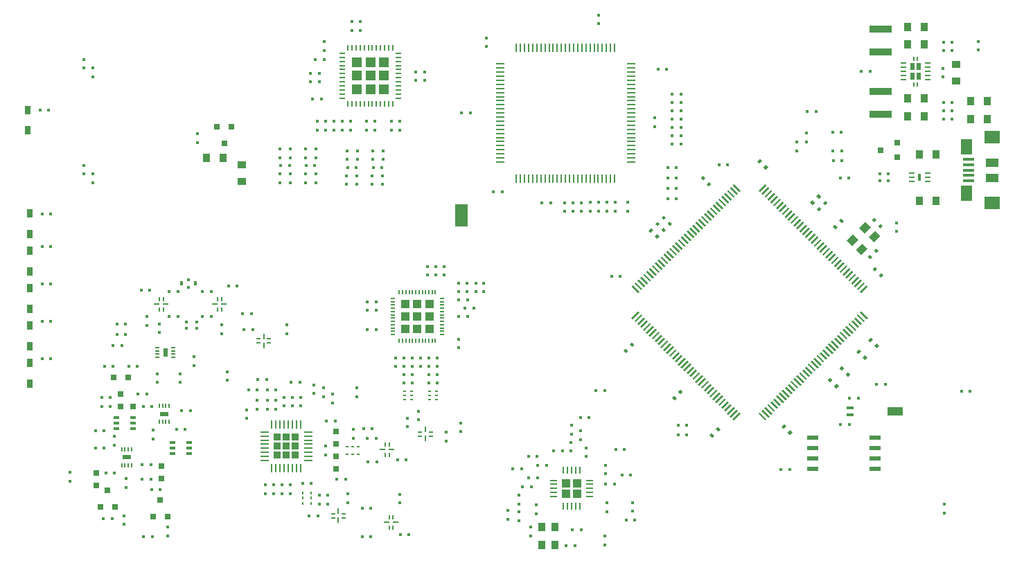
<source format=gtp>
G04 #@! TF.GenerationSoftware,KiCad,Pcbnew,5.1.9*
G04 #@! TF.CreationDate,2021-03-19T18:57:38-06:00*
G04 #@! TF.ProjectId,hackrf-one,6861636b-7266-42d6-9f6e-652e6b696361,r6*
G04 #@! TF.SameCoordinates,Original*
G04 #@! TF.FileFunction,Paste,Top*
G04 #@! TF.FilePolarity,Positive*
%FSLAX46Y46*%
G04 Gerber Fmt 4.6, Leading zero omitted, Abs format (unit mm)*
G04 Created by KiCad (PCBNEW 5.1.9) date 2021-03-19 18:57:38*
%MOMM*%
%LPD*%
G01*
G04 APERTURE LIST*
%ADD10R,0.619200X0.220800*%
%ADD11R,0.288000X0.780480*%
%ADD12R,0.220800X0.619200*%
%ADD13R,0.780480X0.288000*%
%ADD14R,0.694944X0.694944*%
%ADD15O,0.243200X0.912000*%
%ADD16O,0.912000X0.243200*%
%ADD17R,1.003200X1.003200*%
%ADD18R,0.760000X1.140000*%
%ADD19R,0.424688X0.386080*%
%ADD20R,0.386080X0.424688*%
%ADD21R,1.094536X0.874472*%
%ADD22R,0.874472X1.094536*%
%ADD23C,0.150000*%
%ADD24R,1.330000X0.304000*%
%ADD25R,1.596000X1.045000*%
%ADD26R,1.314000X1.926000*%
%ADD27R,1.890000X1.575000*%
%ADD28R,1.558000X2.774000*%
%ADD29R,0.656336X0.656336*%
%ADD30R,2.812592X0.911148*%
%ADD31R,0.250952X0.310794*%
%ADD32R,0.310794X0.250952*%
%ADD33R,0.418896X0.189180*%
%ADD34R,0.380288X0.303072*%
%ADD35R,0.380288X0.532790*%
%ADD36R,0.455574X0.380288*%
%ADD37R,0.608000X0.182400*%
%ADD38R,0.588000X1.078000*%
%ADD39R,0.182400X0.608000*%
%ADD40R,1.078000X0.588000*%
%ADD41R,0.752856X0.347472*%
%ADD42R,0.684000X0.228000*%
%ADD43R,0.380000X0.836000*%
%ADD44R,1.447800X0.482600*%
%ADD45R,0.646000X0.212800*%
%ADD46R,0.627000X0.912000*%
%ADD47R,0.212800X0.532000*%
%ADD48R,0.223926X1.140866*%
%ADD49R,1.140866X0.223926*%
%ADD50R,0.911148X1.063650*%
%ADD51R,0.836000X0.456000*%
%ADD52R,1.824000X1.140000*%
%ADD53O,0.212800X1.026000*%
%ADD54R,0.836000X0.836000*%
%ADD55O,1.026000X0.212800*%
%ADD56O,0.186200X0.661200*%
%ADD57O,0.661200X0.186200*%
%ADD58R,1.140000X1.140000*%
%ADD59O,0.212800X0.684000*%
%ADD60O,0.684000X0.212800*%
%ADD61R,1.254000X1.254000*%
G04 APERTURE END LIST*
D10*
G04 #@! TO.C,U11*
X108985000Y-156524220D03*
D11*
X109628500Y-155723300D03*
D10*
X110272000Y-156026380D03*
X110272000Y-156524220D03*
D11*
X109628500Y-156827300D03*
D10*
X108985000Y-156026380D03*
G04 #@! TD*
D12*
G04 #@! TO.C,U10*
X105212320Y-158807500D03*
D13*
X104411400Y-158164000D03*
D12*
X104714480Y-157520500D03*
X105212320Y-157520500D03*
D13*
X105515400Y-158164000D03*
D12*
X104714480Y-158807500D03*
G04 #@! TD*
D10*
G04 #@! TO.C,U7*
X98326900Y-166521520D03*
D11*
X98970400Y-165720600D03*
D10*
X99613900Y-166023680D03*
X99613900Y-166521520D03*
D11*
X98970400Y-166824600D03*
D10*
X98326900Y-166023680D03*
G04 #@! TD*
D12*
G04 #@! TO.C,U6*
X84210880Y-139770700D03*
D13*
X85011800Y-140414200D03*
D12*
X84708720Y-141057700D03*
X84210880Y-141057700D03*
D13*
X83907800Y-140414200D03*
D12*
X84708720Y-139770700D03*
G04 #@! TD*
G04 #@! TO.C,U5*
X77596720Y-141057700D03*
D13*
X76795800Y-140414200D03*
D12*
X77098880Y-139770700D03*
X77596720Y-139770700D03*
D13*
X77899800Y-140414200D03*
D12*
X77098880Y-141057700D03*
G04 #@! TD*
D10*
G04 #@! TO.C,U2*
X89242300Y-145127520D03*
D11*
X89885800Y-144326600D03*
D10*
X90529300Y-144629680D03*
X90529300Y-145127520D03*
D11*
X89885800Y-145430600D03*
D10*
X89242300Y-144629680D03*
G04 #@! TD*
D12*
G04 #@! TO.C,U1*
X105184080Y-166408700D03*
D13*
X105985000Y-167052200D03*
D12*
X105681920Y-167695700D03*
X105184080Y-167695700D03*
D13*
X104881000Y-167052200D03*
D12*
X105681920Y-166408700D03*
G04 #@! TD*
D14*
G04 #@! TO.C,Q5*
X165283000Y-121558400D03*
X167315000Y-122447400D03*
X167315000Y-120669400D03*
G04 #@! TD*
G04 #@! TO.C,Q4*
X70800000Y-163184000D03*
X69911000Y-165216000D03*
X71689000Y-165216000D03*
G04 #@! TD*
G04 #@! TO.C,Q3*
X85044400Y-120694800D03*
X85933400Y-118662800D03*
X84155400Y-118662800D03*
G04 #@! TD*
G04 #@! TO.C,Q2*
X77216700Y-164374800D03*
X76327700Y-166406800D03*
X78105700Y-166406800D03*
G04 #@! TD*
G04 #@! TO.C,Q1*
X72376000Y-151396000D03*
X73265000Y-149364000D03*
X71487000Y-149364000D03*
G04 #@! TD*
D15*
G04 #@! TO.C,U19*
X126469200Y-165126000D03*
X126969200Y-165126000D03*
X127469200Y-165126000D03*
X127969200Y-165126000D03*
X128469200Y-165126000D03*
D16*
X129669200Y-163926000D03*
X129669200Y-163426000D03*
X129669200Y-162926000D03*
X129669200Y-162426000D03*
X129669200Y-161926000D03*
D15*
X128469200Y-160726000D03*
X127969200Y-160726000D03*
X127469200Y-160726000D03*
X126969200Y-160726000D03*
X126469200Y-160726000D03*
D16*
X125269200Y-161926000D03*
X125269200Y-162426000D03*
X125269200Y-162926000D03*
X125269200Y-163426000D03*
X125269200Y-163926000D03*
D17*
X126809200Y-163586000D03*
X126809200Y-162266000D03*
X128129200Y-163586000D03*
X128129200Y-162266000D03*
G04 #@! TD*
D18*
G04 #@! TO.C,D7*
X61000000Y-119150000D03*
X61000000Y-116650000D03*
G04 #@! TD*
G04 #@! TO.C,D8*
X61270000Y-131800000D03*
X61270000Y-129300000D03*
G04 #@! TD*
G04 #@! TO.C,D2*
X61270000Y-136372000D03*
X61270000Y-133872000D03*
G04 #@! TD*
G04 #@! TO.C,D4*
X61270000Y-140944000D03*
X61270000Y-138444000D03*
G04 #@! TD*
G04 #@! TO.C,D5*
X61270000Y-145516000D03*
X61270000Y-143016000D03*
G04 #@! TD*
G04 #@! TO.C,D6*
X61270000Y-150088000D03*
X61270000Y-147588000D03*
G04 #@! TD*
D19*
G04 #@! TO.C,C1*
X91096400Y-163580200D03*
X91096400Y-162513400D03*
G04 #@! TD*
G04 #@! TO.C,C2*
X90080400Y-163580200D03*
X90080400Y-162513400D03*
G04 #@! TD*
G04 #@! TO.C,C3*
X93128400Y-163580200D03*
X93128400Y-162513400D03*
G04 #@! TD*
G04 #@! TO.C,C4*
X92112400Y-163580200D03*
X92112400Y-162513400D03*
G04 #@! TD*
G04 #@! TO.C,C5*
X92341000Y-151794600D03*
X92341000Y-152861400D03*
G04 #@! TD*
G04 #@! TO.C,C6*
X93357000Y-151794600D03*
X93357000Y-152861400D03*
G04 #@! TD*
D20*
G04 #@! TO.C,C7*
X106550600Y-168576200D03*
X107617400Y-168576200D03*
G04 #@! TD*
D19*
G04 #@! TO.C,C8*
X113919000Y-155981400D03*
X113919000Y-154914600D03*
G04 #@! TD*
G04 #@! TO.C,C9*
X85400000Y-148634800D03*
X85400000Y-149701600D03*
G04 #@! TD*
D20*
G04 #@! TO.C,C10*
X88514200Y-143481600D03*
X87447400Y-143481600D03*
G04 #@! TD*
D19*
G04 #@! TO.C,C11*
X84713800Y-142928800D03*
X84713800Y-143995600D03*
G04 #@! TD*
G04 #@! TO.C,C12*
X87794400Y-154360000D03*
X87794400Y-153293200D03*
G04 #@! TD*
D20*
G04 #@! TO.C,C13*
X88023000Y-150905600D03*
X89089800Y-150905600D03*
G04 #@! TD*
D19*
G04 #@! TO.C,C14*
X90334400Y-152150200D03*
X90334400Y-153217000D03*
G04 #@! TD*
D20*
G04 #@! TO.C,C15*
X91375800Y-150905600D03*
X90309000Y-150905600D03*
G04 #@! TD*
D19*
G04 #@! TO.C,C16*
X106499800Y-163623200D03*
X106499800Y-164690000D03*
G04 #@! TD*
D20*
G04 #@! TO.C,C17*
X83469200Y-141938200D03*
X82402400Y-141938200D03*
G04 #@! TD*
G04 #@! TO.C,C18*
X79405200Y-141938200D03*
X78338400Y-141938200D03*
G04 #@! TD*
D19*
G04 #@! TO.C,C19*
X77093800Y-142801800D03*
X77093800Y-143868600D03*
G04 #@! TD*
D20*
G04 #@! TO.C,C20*
X88341200Y-141528800D03*
X87274400Y-141528800D03*
G04 #@! TD*
G04 #@! TO.C,C21*
X101904800Y-165379400D03*
X102971600Y-165379400D03*
G04 #@! TD*
G04 #@! TO.C,C22*
X96506600Y-166272600D03*
X95439800Y-166272600D03*
G04 #@! TD*
D19*
G04 #@! TO.C,C23*
X101269800Y-150647400D03*
X101269800Y-151714200D03*
G04 #@! TD*
G04 #@! TO.C,C24*
X92679800Y-144015000D03*
X92679800Y-142948200D03*
G04 #@! TD*
D20*
G04 #@! TO.C,C25*
X97725800Y-163732600D03*
X96659000Y-163732600D03*
G04 #@! TD*
G04 #@! TO.C,C26*
X78338400Y-138890200D03*
X79405200Y-138890200D03*
G04 #@! TD*
G04 #@! TO.C,C27*
X83469200Y-138890200D03*
X82402400Y-138890200D03*
G04 #@! TD*
G04 #@! TO.C,C28*
X97725800Y-164875600D03*
X96659000Y-164875600D03*
G04 #@! TD*
G04 #@! TO.C,C29*
X74884000Y-138712400D03*
X75950800Y-138712400D03*
G04 #@! TD*
G04 #@! TO.C,C30*
X86633400Y-138200000D03*
X85566600Y-138200000D03*
G04 #@! TD*
D19*
G04 #@! TO.C,C31*
X75595200Y-141912800D03*
X75595200Y-142979600D03*
G04 #@! TD*
D20*
G04 #@! TO.C,C32*
X101904800Y-168808400D03*
X102971600Y-168808400D03*
G04 #@! TD*
D19*
G04 #@! TO.C,C33*
X100113400Y-163605600D03*
X100113400Y-164672400D03*
G04 #@! TD*
G04 #@! TO.C,C34*
X98310000Y-151388200D03*
X98310000Y-152455000D03*
G04 #@! TD*
G04 #@! TO.C,C35*
X97167000Y-150626200D03*
X97167000Y-151693000D03*
G04 #@! TD*
G04 #@! TO.C,C36*
X96024000Y-150245200D03*
X96024000Y-151312000D03*
G04 #@! TD*
D20*
G04 #@! TO.C,C37*
X93204600Y-149915000D03*
X94271400Y-149915000D03*
G04 #@! TD*
G04 #@! TO.C,C38*
X72979000Y-142827200D03*
X71912200Y-142827200D03*
G04 #@! TD*
D19*
G04 #@! TO.C,C39*
X81305400Y-146812000D03*
X81305400Y-147878800D03*
G04 #@! TD*
D20*
G04 #@! TO.C,C40*
X72979000Y-144071800D03*
X71912200Y-144071800D03*
G04 #@! TD*
G04 #@! TO.C,C41*
X99859400Y-161827600D03*
X98792600Y-161827600D03*
G04 #@! TD*
G04 #@! TO.C,C42*
X97522600Y-154715600D03*
X98589400Y-154715600D03*
G04 #@! TD*
G04 #@! TO.C,C43*
X71475600Y-145415000D03*
X72542400Y-145415000D03*
G04 #@! TD*
D19*
G04 #@! TO.C,C44*
X79679800Y-148894800D03*
X79679800Y-149961600D03*
G04 #@! TD*
D20*
G04 #@! TO.C,C45*
X103124000Y-155651200D03*
X102057200Y-155651200D03*
G04 #@! TD*
G04 #@! TO.C,C46*
X102514400Y-156794200D03*
X103581200Y-156794200D03*
G04 #@! TD*
D19*
G04 #@! TO.C,C47*
X112166400Y-156032200D03*
X112166400Y-157099000D03*
G04 #@! TD*
G04 #@! TO.C,C48*
X108737400Y-153466800D03*
X108737400Y-154533600D03*
G04 #@! TD*
G04 #@! TO.C,C49*
X100850000Y-156773000D03*
X100850000Y-155706200D03*
G04 #@! TD*
D20*
G04 #@! TO.C,C50*
X76211400Y-152920000D03*
X75144600Y-152920000D03*
G04 #@! TD*
G04 #@! TO.C,C51*
X106208000Y-159434000D03*
X107274800Y-159434000D03*
G04 #@! TD*
G04 #@! TO.C,C52*
X70064600Y-152920000D03*
X71131400Y-152920000D03*
G04 #@! TD*
G04 #@! TO.C,C53*
X70414000Y-147999800D03*
X71480800Y-147999800D03*
G04 #@! TD*
G04 #@! TO.C,C54*
X102590600Y-159664400D03*
X103657400Y-159664400D03*
G04 #@! TD*
G04 #@! TO.C,C55*
X80910400Y-153428000D03*
X79843600Y-153428000D03*
G04 #@! TD*
D19*
G04 #@! TO.C,C56*
X107391200Y-154330400D03*
X107391200Y-155397200D03*
G04 #@! TD*
G04 #@! TO.C,C57*
X76835000Y-148894800D03*
X76835000Y-149961600D03*
G04 #@! TD*
G04 #@! TO.C,C58*
X71614000Y-157644400D03*
X71614000Y-156577600D03*
G04 #@! TD*
D20*
G04 #@! TO.C,C59*
X80275400Y-155714000D03*
X79208600Y-155714000D03*
G04 #@! TD*
G04 #@! TO.C,C60*
X75576400Y-151396000D03*
X74509600Y-151396000D03*
G04 #@! TD*
D19*
G04 #@! TO.C,C61*
X76363800Y-155790200D03*
X76363800Y-156857000D03*
G04 #@! TD*
D20*
G04 #@! TO.C,C62*
X76084400Y-160032000D03*
X75017600Y-160032000D03*
G04 #@! TD*
D19*
G04 #@! TO.C,C63*
X73087200Y-162775200D03*
X73087200Y-161708400D03*
G04 #@! TD*
D20*
G04 #@! TO.C,C64*
X70566600Y-161000000D03*
X71633400Y-161000000D03*
G04 #@! TD*
G04 #@! TO.C,C65*
X70369400Y-158000000D03*
X69302600Y-158000000D03*
G04 #@! TD*
G04 #@! TO.C,C66*
X70369400Y-155841000D03*
X69302600Y-155841000D03*
G04 #@! TD*
D19*
G04 #@! TO.C,C67*
X121080200Y-164829800D03*
X121080200Y-163763000D03*
G04 #@! TD*
G04 #@! TO.C,C68*
X127462400Y-155188000D03*
X127462400Y-156254800D03*
G04 #@! TD*
D20*
G04 #@! TO.C,C69*
X129621400Y-154273600D03*
X128554600Y-154273600D03*
G04 #@! TD*
D19*
G04 #@! TO.C,C70*
X121080200Y-166861800D03*
X121080200Y-165795000D03*
G04 #@! TD*
G04 #@! TO.C,C71*
X100482400Y-119091200D03*
X100482400Y-118024400D03*
G04 #@! TD*
G04 #@! TO.C,C72*
X99466400Y-119091200D03*
X99466400Y-118024400D03*
G04 #@! TD*
G04 #@! TO.C,C73*
X103403400Y-119091200D03*
X103403400Y-118024400D03*
G04 #@! TD*
G04 #@! TO.C,C74*
X102387400Y-119091200D03*
X102387400Y-118024400D03*
G04 #@! TD*
G04 #@! TO.C,C75*
X105435400Y-119091200D03*
X105435400Y-118024400D03*
G04 #@! TD*
G04 #@! TO.C,C76*
X106451400Y-119091200D03*
X106451400Y-118024400D03*
G04 #@! TD*
G04 #@! TO.C,C77*
X101625400Y-105832400D03*
X101625400Y-106899200D03*
G04 #@! TD*
G04 #@! TO.C,C78*
X100609400Y-105832400D03*
X100609400Y-106899200D03*
G04 #@! TD*
D20*
G04 #@! TO.C,C79*
X96202500Y-110493300D03*
X97269300Y-110493300D03*
G04 #@! TD*
D19*
G04 #@! TO.C,C80*
X97243900Y-108308900D03*
X97243900Y-109375700D03*
G04 #@! TD*
D20*
G04 #@! TO.C,C81*
X95567500Y-113160300D03*
X96634300Y-113160300D03*
G04 #@! TD*
G04 #@! TO.C,C82*
X95567500Y-112144300D03*
X96634300Y-112144300D03*
G04 #@! TD*
G04 #@! TO.C,C83*
X95821500Y-115319300D03*
X96888300Y-115319300D03*
G04 #@! TD*
D19*
G04 #@! TO.C,C84*
X105981500Y-148018500D03*
X105981500Y-146951700D03*
G04 #@! TD*
G04 #@! TO.C,C85*
X109029500Y-148018500D03*
X109029500Y-146951700D03*
G04 #@! TD*
G04 #@! TO.C,C86*
X113728500Y-145732500D03*
X113728500Y-144665700D03*
G04 #@! TD*
D20*
G04 #@! TO.C,C87*
X114769900Y-141897100D03*
X113703100Y-141897100D03*
G04 #@! TD*
G04 #@! TO.C,C88*
X115531900Y-140881100D03*
X114465100Y-140881100D03*
G04 #@! TD*
G04 #@! TO.C,C89*
X114769900Y-139865100D03*
X113703100Y-139865100D03*
G04 #@! TD*
D19*
G04 #@! TO.C,C90*
X109918500Y-135775700D03*
X109918500Y-136842500D03*
G04 #@! TD*
G04 #@! TO.C,C91*
X110934500Y-135775700D03*
X110934500Y-136842500D03*
G04 #@! TD*
D20*
G04 #@! TO.C,C92*
X102527100Y-140119100D03*
X103593900Y-140119100D03*
G04 #@! TD*
G04 #@! TO.C,C93*
X102527100Y-141135100D03*
X103593900Y-141135100D03*
G04 #@! TD*
G04 #@! TO.C,C94*
X102527100Y-143548100D03*
X103593900Y-143548100D03*
G04 #@! TD*
G04 #@! TO.C,C95*
X92989400Y-123460000D03*
X91922600Y-123460000D03*
G04 #@! TD*
G04 #@! TO.C,C96*
X96113600Y-123460000D03*
X95046800Y-123460000D03*
G04 #@! TD*
D19*
G04 #@! TO.C,C97*
X96418400Y-119091200D03*
X96418400Y-118024400D03*
G04 #@! TD*
G04 #@! TO.C,C98*
X97434400Y-119091200D03*
X97434400Y-118024400D03*
G04 #@! TD*
G04 #@! TO.C,C99*
X106997500Y-149034500D03*
X106997500Y-147967700D03*
G04 #@! TD*
G04 #@! TO.C,C100*
X98450400Y-119091200D03*
X98450400Y-118024400D03*
G04 #@! TD*
D20*
G04 #@! TO.C,C101*
X101180900Y-123701300D03*
X100114100Y-123701300D03*
G04 #@! TD*
D19*
G04 #@! TO.C,C102*
X108013500Y-149034500D03*
X108013500Y-147967700D03*
G04 #@! TD*
D20*
G04 #@! TO.C,C103*
X104305100Y-123701300D03*
X103238300Y-123701300D03*
G04 #@! TD*
D19*
G04 #@! TO.C,C104*
X110045500Y-149034500D03*
X110045500Y-147967700D03*
G04 #@! TD*
D21*
G04 #@! TO.C,C105*
X87152600Y-123336400D03*
X87152600Y-125368400D03*
G04 #@! TD*
D19*
G04 #@! TO.C,C106*
X111950500Y-135775700D03*
X111950500Y-136842500D03*
G04 #@! TD*
G04 #@! TO.C,C107*
X104470200Y-121631200D03*
X104470200Y-122698000D03*
G04 #@! TD*
G04 #@! TO.C,C108*
X103200200Y-121631200D03*
X103200200Y-122698000D03*
G04 #@! TD*
G04 #@! TO.C,C109*
X101346000Y-121631200D03*
X101346000Y-122698000D03*
G04 #@! TD*
G04 #@! TO.C,C110*
X100076000Y-121631200D03*
X100076000Y-122698000D03*
G04 #@! TD*
G04 #@! TO.C,C111*
X111061500Y-149034500D03*
X111061500Y-147967700D03*
G04 #@! TD*
G04 #@! TO.C,C112*
X113728500Y-138874500D03*
X113728500Y-137807700D03*
G04 #@! TD*
G04 #@! TO.C,C113*
X123151200Y-165999400D03*
X123151200Y-164932600D03*
G04 #@! TD*
G04 #@! TO.C,C114*
X116776500Y-138874500D03*
X116776500Y-137807700D03*
G04 #@! TD*
D20*
G04 #@! TO.C,C115*
X122280800Y-161614200D03*
X123347600Y-161614200D03*
G04 #@! TD*
G04 #@! TO.C,C116*
X120325000Y-160547400D03*
X121391800Y-160547400D03*
G04 #@! TD*
G04 #@! TO.C,C118*
X160366600Y-155100000D03*
X161433400Y-155100000D03*
G04 #@! TD*
D19*
G04 #@! TO.C,C119*
X129247200Y-157947600D03*
X129247200Y-159014400D03*
G04 #@! TD*
G04 #@! TO.C,C120*
X131628000Y-160090200D03*
X131628000Y-161157000D03*
G04 #@! TD*
D20*
G04 #@! TO.C,C121*
X121493400Y-162706400D03*
X122560200Y-162706400D03*
G04 #@! TD*
G04 #@! TO.C,C122*
X125303400Y-158312200D03*
X126370200Y-158312200D03*
G04 #@! TD*
G04 #@! TO.C,C123*
X109524800Y-113058700D03*
X108458000Y-113058700D03*
G04 #@! TD*
G04 #@! TO.C,C124*
X109524800Y-112042700D03*
X108458000Y-112042700D03*
G04 #@! TD*
G04 #@! TO.C,C125*
X172933600Y-117793200D03*
X174000400Y-117793200D03*
G04 #@! TD*
D22*
G04 #@! TO.C,C126*
X170546000Y-117412200D03*
X168514000Y-117412200D03*
G04 #@! TD*
G04 #@! TO.C,C127*
X170546000Y-115253200D03*
X168514000Y-115253200D03*
G04 #@! TD*
D23*
G04 #@! TO.C,C128*
G36*
X150755759Y-122888528D02*
G01*
X150455459Y-123188828D01*
X150182459Y-122915828D01*
X150482759Y-122615528D01*
X150755759Y-122888528D01*
G37*
G36*
X151510101Y-123642870D02*
G01*
X151209801Y-123943170D01*
X150936801Y-123670170D01*
X151237101Y-123369870D01*
X151510101Y-123642870D01*
G37*
G04 #@! TD*
G04 #@! TO.C,C129*
G36*
X143840961Y-124953987D02*
G01*
X143540661Y-125254287D01*
X143267661Y-124981287D01*
X143567961Y-124680987D01*
X143840961Y-124953987D01*
G37*
G36*
X144595303Y-125708329D02*
G01*
X144295003Y-126008629D01*
X144022003Y-125735629D01*
X144322303Y-125435329D01*
X144595303Y-125708329D01*
G37*
G04 #@! TD*
G04 #@! TO.C,C130*
G36*
X137464980Y-131329969D02*
G01*
X137164680Y-131630269D01*
X136891680Y-131357269D01*
X137191980Y-131056969D01*
X137464980Y-131329969D01*
G37*
G36*
X138219322Y-132084311D02*
G01*
X137919022Y-132384611D01*
X137646022Y-132111611D01*
X137946322Y-131811311D01*
X138219322Y-132084311D01*
G37*
G04 #@! TD*
D20*
G04 #@! TO.C,C131*
X132364600Y-137001600D03*
X133431400Y-137001600D03*
G04 #@! TD*
D23*
G04 #@! TO.C,C132*
G36*
X134107379Y-145804321D02*
G01*
X134407679Y-146104621D01*
X134134679Y-146377621D01*
X133834379Y-146077321D01*
X134107379Y-145804321D01*
G37*
G36*
X134861721Y-145049979D02*
G01*
X135162021Y-145350279D01*
X134889021Y-145623279D01*
X134588721Y-145322979D01*
X134861721Y-145049979D01*
G37*
G04 #@! TD*
G04 #@! TO.C,C133*
G36*
X140038362Y-151567874D02*
G01*
X140338662Y-151868174D01*
X140065662Y-152141174D01*
X139765362Y-151840874D01*
X140038362Y-151567874D01*
G37*
G36*
X140792704Y-150813532D02*
G01*
X141093004Y-151113832D01*
X140820004Y-151386832D01*
X140519704Y-151086532D01*
X140792704Y-150813532D01*
G37*
G04 #@! TD*
G04 #@! TO.C,C134*
G36*
X144618292Y-156147805D02*
G01*
X144918592Y-156448105D01*
X144645592Y-156721105D01*
X144345292Y-156420805D01*
X144618292Y-156147805D01*
G37*
G36*
X145372634Y-155393463D02*
G01*
X145672934Y-155693763D01*
X145399934Y-155966763D01*
X145099634Y-155666463D01*
X145372634Y-155393463D01*
G37*
G04 #@! TD*
G04 #@! TO.C,C135*
G36*
X153900285Y-156088895D02*
G01*
X154200585Y-155788595D01*
X154473585Y-156061595D01*
X154173285Y-156361895D01*
X153900285Y-156088895D01*
G37*
G36*
X153145943Y-155334553D02*
G01*
X153446243Y-155034253D01*
X153719243Y-155307253D01*
X153418943Y-155607553D01*
X153145943Y-155334553D01*
G37*
G04 #@! TD*
G04 #@! TO.C,C136*
G36*
X159557846Y-150431333D02*
G01*
X159858146Y-150131033D01*
X160131146Y-150404033D01*
X159830846Y-150704333D01*
X159557846Y-150431333D01*
G37*
G36*
X158803504Y-149676991D02*
G01*
X159103804Y-149376691D01*
X159376804Y-149649691D01*
X159076504Y-149949991D01*
X158803504Y-149676991D01*
G37*
G04 #@! TD*
G04 #@! TO.C,C137*
G36*
X160994687Y-148994492D02*
G01*
X161294987Y-148694192D01*
X161567987Y-148967192D01*
X161267687Y-149267492D01*
X160994687Y-148994492D01*
G37*
G36*
X160240345Y-148240150D02*
G01*
X160540645Y-147939850D01*
X160813645Y-148212850D01*
X160513345Y-148513150D01*
X160240345Y-148240150D01*
G37*
G04 #@! TD*
G04 #@! TO.C,C138*
G36*
X163060146Y-146929033D02*
G01*
X163360446Y-146628733D01*
X163633446Y-146901733D01*
X163333146Y-147202033D01*
X163060146Y-146929033D01*
G37*
G36*
X162305804Y-146174691D02*
G01*
X162606104Y-145874391D01*
X162879104Y-146147391D01*
X162578804Y-146447691D01*
X162305804Y-146174691D01*
G37*
G04 #@! TD*
G04 #@! TO.C,C139*
G36*
X164496987Y-145492192D02*
G01*
X164797287Y-145191892D01*
X165070287Y-145464892D01*
X164769987Y-145765192D01*
X164496987Y-145492192D01*
G37*
G36*
X163742645Y-144737850D02*
G01*
X164042945Y-144437550D01*
X164315945Y-144710550D01*
X164015645Y-145010850D01*
X163742645Y-144737850D01*
G37*
G04 #@! TD*
G04 #@! TO.C,C140*
G36*
X165035803Y-136871146D02*
G01*
X165336103Y-136570846D01*
X165609103Y-136843846D01*
X165308803Y-137144146D01*
X165035803Y-136871146D01*
G37*
G36*
X164281461Y-136116804D02*
G01*
X164581761Y-135816504D01*
X164854761Y-136089504D01*
X164554461Y-136389804D01*
X164281461Y-136116804D01*
G37*
G04 #@! TD*
G04 #@! TO.C,C141*
G36*
X157702885Y-127499351D02*
G01*
X157402585Y-127199051D01*
X157675585Y-126926051D01*
X157975885Y-127226351D01*
X157702885Y-127499351D01*
G37*
G36*
X156948543Y-128253693D02*
G01*
X156648243Y-127953393D01*
X156921243Y-127680393D01*
X157221543Y-127980693D01*
X156948543Y-128253693D01*
G37*
G04 #@! TD*
G04 #@! TO.C,C142*
G36*
X160486764Y-130462835D02*
G01*
X160186464Y-130162535D01*
X160459464Y-129889535D01*
X160759764Y-130189835D01*
X160486764Y-130462835D01*
G37*
G36*
X159732422Y-131217177D02*
G01*
X159432122Y-130916877D01*
X159705122Y-130643877D01*
X160005422Y-130944177D01*
X159732422Y-131217177D01*
G37*
G04 #@! TD*
D21*
G04 #@! TO.C,C143*
X174483000Y-113094200D03*
X174483000Y-111062200D03*
G04 #@! TD*
D20*
G04 #@! TO.C,C144*
X153085800Y-160578800D03*
X154152600Y-160578800D03*
G04 #@! TD*
D22*
G04 #@! TO.C,C145*
X168514000Y-108649200D03*
X170546000Y-108649200D03*
G04 #@! TD*
G04 #@! TO.C,C146*
X168514000Y-106490200D03*
X170546000Y-106490200D03*
G04 #@! TD*
D19*
G04 #@! TO.C,C147*
X172832000Y-112611600D03*
X172832000Y-111544800D03*
G04 #@! TD*
G04 #@! TO.C,C148*
X137668000Y-118694200D03*
X137668000Y-117627400D03*
G04 #@! TD*
D20*
G04 #@! TO.C,C149*
X139121000Y-111703200D03*
X138054200Y-111703200D03*
G04 #@! TD*
D19*
G04 #@! TO.C,C150*
X130810000Y-105054400D03*
X130810000Y-106121200D03*
G04 #@! TD*
G04 #@! TO.C,C151*
X117094000Y-108915200D03*
X117094000Y-107848400D03*
G04 #@! TD*
D20*
G04 #@! TO.C,C152*
X123881000Y-128010000D03*
X124947800Y-128010000D03*
G04 #@! TD*
G04 #@! TO.C,C153*
X114020600Y-117017800D03*
X115087400Y-117017800D03*
G04 #@! TD*
G04 #@! TO.C,C154*
X117962800Y-126689200D03*
X119029600Y-126689200D03*
G04 #@! TD*
D22*
G04 #@! TO.C,C155*
X176284000Y-117800000D03*
X178316000Y-117800000D03*
G04 #@! TD*
D20*
G04 #@! TO.C,C156*
X122230000Y-158998000D03*
X123296800Y-158998000D03*
G04 #@! TD*
D23*
G04 #@! TO.C,C157*
G36*
X164707485Y-134144740D02*
G01*
X164407185Y-133844440D01*
X164680185Y-133571440D01*
X164980485Y-133871740D01*
X164707485Y-134144740D01*
G37*
G36*
X163953143Y-134899082D02*
G01*
X163652843Y-134598782D01*
X163925843Y-134325782D01*
X164226143Y-134626082D01*
X163953143Y-134899082D01*
G37*
G04 #@! TD*
G04 #@! TO.C,C158*
G36*
X164946000Y-130854375D02*
G01*
X165246300Y-130554075D01*
X165519300Y-130827075D01*
X165219000Y-131127375D01*
X164946000Y-130854375D01*
G37*
G36*
X164191658Y-130100033D02*
G01*
X164491958Y-129799733D01*
X164764958Y-130072733D01*
X164464658Y-130373033D01*
X164191658Y-130100033D01*
G37*
G04 #@! TD*
D20*
G04 #@! TO.C,C159*
X130459600Y-150971600D03*
X131526400Y-150971600D03*
G04 #@! TD*
G04 #@! TO.C,C160*
X75017600Y-161810000D03*
X76084400Y-161810000D03*
G04 #@! TD*
D19*
G04 #@! TO.C,C161*
X78105700Y-168718200D03*
X78105700Y-167651400D03*
G04 #@! TD*
D20*
G04 #@! TO.C,C162*
X77227400Y-163080000D03*
X76160600Y-163080000D03*
G04 #@! TD*
G04 #@! TO.C,C163*
X71131400Y-151777000D03*
X70064600Y-151777000D03*
G04 #@! TD*
G04 #@! TO.C,C164*
X162533400Y-151900000D03*
X161466600Y-151900000D03*
G04 #@! TD*
G04 #@! TO.C,C165*
X134168000Y-166795800D03*
X135234800Y-166795800D03*
G04 #@! TD*
D19*
G04 #@! TO.C,C166*
X119715400Y-166668800D03*
X119715400Y-165602000D03*
G04 #@! TD*
G04 #@! TO.C,C167*
X81793200Y-120644000D03*
X81793200Y-119577200D03*
G04 #@! TD*
D20*
G04 #@! TO.C,C168*
X139222600Y-127502000D03*
X140289400Y-127502000D03*
G04 #@! TD*
G04 #@! TO.C,C169*
X127914400Y-169900600D03*
X126847600Y-169900600D03*
G04 #@! TD*
D19*
G04 #@! TO.C,C170*
X122500000Y-168733400D03*
X122500000Y-167666600D03*
G04 #@! TD*
G04 #@! TO.C,C171*
X72800000Y-167333400D03*
X72800000Y-166266600D03*
G04 #@! TD*
G04 #@! TO.C,D1*
X66200000Y-160966600D03*
X66200000Y-162033400D03*
G04 #@! TD*
G04 #@! TO.C,D3*
X173030000Y-164840000D03*
X173030000Y-165906800D03*
G04 #@! TD*
D20*
G04 #@! TO.C,D9*
X175144400Y-151000000D03*
X176211200Y-151000000D03*
G04 #@! TD*
D22*
G04 #@! TO.C,FB1*
X169984000Y-122050000D03*
X172016000Y-122050000D03*
G04 #@! TD*
G04 #@! TO.C,FB2*
X82905600Y-122529600D03*
X84937600Y-122529600D03*
G04 #@! TD*
G04 #@! TO.C,FB3*
X169984000Y-127800000D03*
X172016000Y-127800000D03*
G04 #@! TD*
D24*
G04 #@! TO.C,J1*
X175975000Y-125300000D03*
X175975000Y-124650000D03*
X175975000Y-124000000D03*
X175975000Y-123350000D03*
X175975000Y-122700000D03*
D25*
X178850000Y-124937500D03*
X178850000Y-123062500D03*
D26*
X175770000Y-126830000D03*
X175770000Y-121170000D03*
D27*
X178850000Y-128000000D03*
X178850000Y-120000000D03*
G04 #@! TD*
D28*
G04 #@! TO.C,J10*
X114000000Y-129500000D03*
G04 #@! TD*
D20*
G04 #@! TO.C,L1*
X95693800Y-162335600D03*
X94627000Y-162335600D03*
G04 #@! TD*
D29*
G04 #@! TO.C,L2*
X98691000Y-160557600D03*
X98691000Y-159033600D03*
G04 #@! TD*
G04 #@! TO.C,L3*
X98691000Y-155985600D03*
X98691000Y-157509600D03*
G04 #@! TD*
D19*
G04 #@! TO.C,L4*
X97421000Y-158805000D03*
X97421000Y-157738200D03*
G04 #@! TD*
D29*
G04 #@! TO.C,L5*
X73900000Y-152920000D03*
X72376000Y-152920000D03*
G04 #@! TD*
D20*
G04 #@! TO.C,L6*
X108038900Y-150025100D03*
X106972100Y-150025100D03*
G04 #@! TD*
G04 #@! TO.C,L7*
X108038900Y-146977100D03*
X106972100Y-146977100D03*
G04 #@! TD*
G04 #@! TO.C,L8*
X111086900Y-150025100D03*
X110020100Y-150025100D03*
G04 #@! TD*
G04 #@! TO.C,L9*
X111086900Y-146977100D03*
X110020100Y-146977100D03*
G04 #@! TD*
D30*
G04 #@! TO.C,L10*
X165212000Y-114361660D03*
X165212000Y-117160740D03*
G04 #@! TD*
G04 #@! TO.C,L11*
X165212000Y-106741660D03*
X165212000Y-109540740D03*
G04 #@! TD*
D29*
G04 #@! TO.C,L12*
X77329000Y-160159000D03*
X77329000Y-161683000D03*
G04 #@! TD*
G04 #@! TO.C,L13*
X69400000Y-162562000D03*
X69400000Y-161038000D03*
G04 #@! TD*
D19*
G04 #@! TO.C,R1*
X89064400Y-153217000D03*
X89064400Y-152150200D03*
G04 #@! TD*
D20*
G04 #@! TO.C,R2*
X89166000Y-149635600D03*
X90232800Y-149635600D03*
G04 #@! TD*
D19*
G04 #@! TO.C,R3*
X91350400Y-152150200D03*
X91350400Y-153217000D03*
G04 #@! TD*
G04 #@! TO.C,R4*
X94373000Y-152861400D03*
X94373000Y-151794600D03*
G04 #@! TD*
D23*
G04 #@! TO.C,R5*
G36*
X138449521Y-131321821D02*
G01*
X138749821Y-131021521D01*
X139022821Y-131294521D01*
X138722521Y-131594821D01*
X138449521Y-131321821D01*
G37*
G36*
X137695179Y-130567479D02*
G01*
X137995479Y-130267179D01*
X138268479Y-130540179D01*
X137968179Y-130840479D01*
X137695179Y-130567479D01*
G37*
G04 #@! TD*
G04 #@! TO.C,R6*
G36*
X139211521Y-130559821D02*
G01*
X139511821Y-130259521D01*
X139784821Y-130532521D01*
X139484521Y-130832821D01*
X139211521Y-130559821D01*
G37*
G36*
X138457179Y-129805479D02*
G01*
X138757479Y-129505179D01*
X139030479Y-129778179D01*
X138730179Y-130078479D01*
X138457179Y-129805479D01*
G37*
G04 #@! TD*
D19*
G04 #@! TO.C,R7*
X67874000Y-123412600D03*
X67874000Y-124479400D03*
G04 #@! TD*
G04 #@! TO.C,R8*
X91821000Y-122469400D03*
X91821000Y-121402600D03*
G04 #@! TD*
G04 #@! TO.C,R9*
X93091000Y-122469400D03*
X93091000Y-121402600D03*
G04 #@! TD*
G04 #@! TO.C,R10*
X94945200Y-122469400D03*
X94945200Y-121402600D03*
G04 #@! TD*
D20*
G04 #@! TO.C,R11*
X145496400Y-123387200D03*
X146563200Y-123387200D03*
G04 #@! TD*
D19*
G04 #@! TO.C,R12*
X167162600Y-130448400D03*
X167162600Y-131515200D03*
G04 #@! TD*
G04 #@! TO.C,R13*
X96215200Y-122469400D03*
X96215200Y-121402600D03*
G04 #@! TD*
G04 #@! TO.C,R14*
X96215200Y-125517400D03*
X96215200Y-124450600D03*
G04 #@! TD*
G04 #@! TO.C,R15*
X94945200Y-125517400D03*
X94945200Y-124450600D03*
G04 #@! TD*
G04 #@! TO.C,R16*
X93091000Y-125517400D03*
X93091000Y-124450600D03*
G04 #@! TD*
G04 #@! TO.C,R17*
X91821000Y-125517400D03*
X91821000Y-124450600D03*
G04 #@! TD*
D20*
G04 #@! TO.C,R18*
X63835400Y-133344000D03*
X62768600Y-133344000D03*
G04 #@! TD*
D19*
G04 #@! TO.C,R19*
X68966200Y-111525400D03*
X68966200Y-112592200D03*
G04 #@! TD*
G04 #@! TO.C,R20*
X100012500Y-125758700D03*
X100012500Y-124691900D03*
G04 #@! TD*
G04 #@! TO.C,R21*
X101282500Y-125758700D03*
X101282500Y-124691900D03*
G04 #@! TD*
G04 #@! TO.C,R22*
X103136700Y-125758700D03*
X103136700Y-124691900D03*
G04 #@! TD*
G04 #@! TO.C,R23*
X104406700Y-125758700D03*
X104406700Y-124691900D03*
G04 #@! TD*
D20*
G04 #@! TO.C,R24*
X75159300Y-168819800D03*
X76226100Y-168819800D03*
G04 #@! TD*
G04 #@! TO.C,R25*
X115785900Y-138849100D03*
X114719100Y-138849100D03*
G04 #@! TD*
G04 #@! TO.C,R26*
X115785900Y-137833100D03*
X114719100Y-137833100D03*
G04 #@! TD*
G04 #@! TO.C,R27*
X134701400Y-161309400D03*
X133634600Y-161309400D03*
G04 #@! TD*
G04 #@! TO.C,R28*
X133964800Y-158185200D03*
X132898000Y-158185200D03*
G04 #@! TD*
G04 #@! TO.C,R29*
X73366600Y-147967000D03*
X74433400Y-147967000D03*
G04 #@! TD*
D19*
G04 #@! TO.C,R30*
X68966200Y-124479400D03*
X68966200Y-125546200D03*
G04 #@! TD*
G04 #@! TO.C,R31*
X127437000Y-158363000D03*
X127437000Y-157296200D03*
G04 #@! TD*
G04 #@! TO.C,R32*
X128554600Y-156940600D03*
X128554600Y-155873800D03*
G04 #@! TD*
G04 #@! TO.C,R33*
X134930000Y-164662200D03*
X134930000Y-165729000D03*
G04 #@! TD*
D20*
G04 #@! TO.C,R34*
X124409200Y-160121600D03*
X123342400Y-160121600D03*
G04 #@! TD*
D22*
G04 #@! TO.C,R35*
X176284000Y-115600000D03*
X178316000Y-115600000D03*
G04 #@! TD*
D20*
G04 #@! TO.C,R36*
X71333400Y-166600000D03*
X70266600Y-166600000D03*
G04 #@! TD*
G04 #@! TO.C,R37*
X161371400Y-124936600D03*
X160304600Y-124936600D03*
G04 #@! TD*
G04 #@! TO.C,R41*
X140289400Y-126232000D03*
X139222600Y-126232000D03*
G04 #@! TD*
G04 #@! TO.C,R46*
X172933600Y-115761200D03*
X174000400Y-115761200D03*
G04 #@! TD*
G04 #@! TO.C,R47*
X172933600Y-116777200D03*
X174000400Y-116777200D03*
G04 #@! TD*
G04 #@! TO.C,R48*
X164749600Y-150235000D03*
X165816400Y-150235000D03*
G04 #@! TD*
D19*
G04 #@! TO.C,R49*
X67874000Y-111525400D03*
X67874000Y-110458600D03*
G04 #@! TD*
D20*
G04 #@! TO.C,R51*
X159390200Y-119348600D03*
X160457000Y-119348600D03*
G04 #@! TD*
D19*
G04 #@! TO.C,R52*
X177150000Y-108242800D03*
X177150000Y-109309600D03*
G04 #@! TD*
D20*
G04 #@! TO.C,R54*
X163967400Y-111951200D03*
X162900600Y-111951200D03*
G04 #@! TD*
G04 #@! TO.C,R55*
X172933600Y-109411200D03*
X174000400Y-109411200D03*
G04 #@! TD*
G04 #@! TO.C,R56*
X172933600Y-108395200D03*
X174000400Y-108395200D03*
G04 #@! TD*
G04 #@! TO.C,R57*
X166208400Y-125275000D03*
X165141600Y-125275000D03*
G04 #@! TD*
G04 #@! TO.C,R58*
X166208400Y-124475000D03*
X165141600Y-124475000D03*
G04 #@! TD*
G04 #@! TO.C,R59*
X140492600Y-156381800D03*
X141559400Y-156381800D03*
G04 #@! TD*
G04 #@! TO.C,R62*
X160507800Y-121660000D03*
X159441000Y-121660000D03*
G04 #@! TD*
D19*
G04 #@! TO.C,R63*
X156189800Y-120567800D03*
X156189800Y-119501000D03*
G04 #@! TD*
G04 #@! TO.C,R64*
X155046800Y-120593200D03*
X155046800Y-121660000D03*
G04 #@! TD*
D20*
G04 #@! TO.C,R65*
X159466400Y-122828400D03*
X160533200Y-122828400D03*
G04 #@! TD*
G04 #@! TO.C,R66*
X156316800Y-116808600D03*
X157383600Y-116808600D03*
G04 #@! TD*
G04 #@! TO.C,R67*
X139222600Y-123692000D03*
X140289400Y-123692000D03*
G04 #@! TD*
G04 #@! TO.C,R68*
X139222600Y-124962000D03*
X140289400Y-124962000D03*
G04 #@! TD*
D23*
G04 #@! TO.C,R69*
G36*
X158511108Y-128307574D02*
G01*
X158210808Y-128007274D01*
X158483808Y-127734274D01*
X158784108Y-128034574D01*
X158511108Y-128307574D01*
G37*
G36*
X157756766Y-129061916D02*
G01*
X157456466Y-128761616D01*
X157729466Y-128488616D01*
X158029766Y-128788916D01*
X157756766Y-129061916D01*
G37*
G04 #@! TD*
D20*
G04 #@! TO.C,R72*
X63835400Y-137916000D03*
X62768600Y-137916000D03*
G04 #@! TD*
G04 #@! TO.C,R73*
X63835400Y-142488000D03*
X62768600Y-142488000D03*
G04 #@! TD*
G04 #@! TO.C,R74*
X63835400Y-147060000D03*
X62768600Y-147060000D03*
G04 #@! TD*
G04 #@! TO.C,R75*
X63581400Y-116707000D03*
X62514600Y-116707000D03*
G04 #@! TD*
G04 #@! TO.C,R76*
X63835400Y-129407000D03*
X62768600Y-129407000D03*
G04 #@! TD*
G04 #@! TO.C,R77*
X139801600Y-114731800D03*
X140868400Y-114731800D03*
G04 #@! TD*
G04 #@! TO.C,R78*
X139801600Y-115747800D03*
X140868400Y-115747800D03*
G04 #@! TD*
G04 #@! TO.C,R79*
X139801600Y-116763800D03*
X140868400Y-116763800D03*
G04 #@! TD*
G04 #@! TO.C,R80*
X139801600Y-117779800D03*
X140868400Y-117779800D03*
G04 #@! TD*
G04 #@! TO.C,R81*
X139801600Y-118795800D03*
X140868400Y-118795800D03*
G04 #@! TD*
D19*
G04 #@! TO.C,R85*
X131577200Y-169818400D03*
X131577200Y-168751600D03*
G04 #@! TD*
D20*
G04 #@! TO.C,R86*
X139801600Y-119811800D03*
X140868400Y-119811800D03*
G04 #@! TD*
G04 #@! TO.C,R87*
X139801600Y-120827800D03*
X140868400Y-120827800D03*
G04 #@! TD*
D19*
G04 #@! TO.C,R88*
X134345800Y-127933800D03*
X134345800Y-129000600D03*
G04 #@! TD*
G04 #@! TO.C,R89*
X132816600Y-127965200D03*
X132816600Y-129032000D03*
G04 #@! TD*
G04 #@! TO.C,R90*
X131800600Y-127965200D03*
X131800600Y-129032000D03*
G04 #@! TD*
G04 #@! TO.C,R91*
X130784600Y-127965200D03*
X130784600Y-129032000D03*
G04 #@! TD*
D20*
G04 #@! TO.C,R93*
X140492600Y-155188000D03*
X141559400Y-155188000D03*
G04 #@! TD*
G04 #@! TO.C,R94*
X131678800Y-162427000D03*
X132745600Y-162427000D03*
G04 #@! TD*
D19*
G04 #@! TO.C,R96*
X129768600Y-127965200D03*
X129768600Y-129032000D03*
G04 #@! TD*
G04 #@! TO.C,R98*
X128707000Y-127984600D03*
X128707000Y-129051400D03*
G04 #@! TD*
G04 #@! TO.C,R99*
X127691000Y-127984600D03*
X127691000Y-129051400D03*
G04 #@! TD*
G04 #@! TO.C,R100*
X126675000Y-127984600D03*
X126675000Y-129051400D03*
G04 #@! TD*
D20*
G04 #@! TO.C,R104*
X127570800Y-168006000D03*
X128637600Y-168006000D03*
G04 #@! TD*
D19*
G04 #@! TO.C,R105*
X131787200Y-164678600D03*
X131787200Y-165745400D03*
G04 #@! TD*
D31*
G04 #@! TO.C,T1*
X95655700Y-164774000D03*
X95655700Y-164113600D03*
X95655700Y-163453200D03*
X94665100Y-163453200D03*
X94665100Y-164113600D03*
X94665100Y-164774000D03*
G04 #@! TD*
D32*
G04 #@! TO.C,T2*
X101383400Y-157776300D03*
X100723000Y-157776300D03*
X100062600Y-157776300D03*
X100062600Y-158766900D03*
X100723000Y-158766900D03*
X101383400Y-158766900D03*
G04 #@! TD*
D33*
G04 #@! TO.C,T3*
X107929680Y-152049480D03*
X107929680Y-151549100D03*
X107929680Y-151048720D03*
X107081320Y-151048720D03*
X107081320Y-151549100D03*
X107081320Y-152049480D03*
G04 #@! TD*
G04 #@! TO.C,T4*
X110977680Y-152049480D03*
X110977680Y-151549100D03*
X110977680Y-151048720D03*
X110129320Y-151048720D03*
X110129320Y-151549100D03*
X110129320Y-152049480D03*
G04 #@! TD*
D34*
G04 #@! TO.C,U3*
X80405960Y-143304720D03*
X81655640Y-143304720D03*
X81655640Y-142603680D03*
X80405960Y-142603680D03*
G04 #@! TD*
D35*
G04 #@! TO.C,U8*
X81500700Y-137874200D03*
X79798900Y-137874200D03*
D36*
X80649800Y-138323780D03*
X80649800Y-137424620D03*
G04 #@! TD*
D37*
G04 #@! TO.C,U9*
X78801000Y-146904000D03*
X78801000Y-146504000D03*
X78801000Y-146104000D03*
X78801000Y-145704000D03*
X76901000Y-145704000D03*
X76901000Y-146104000D03*
X76901000Y-146504000D03*
X76901000Y-146904000D03*
D38*
X77851000Y-146304000D03*
G04 #@! TD*
D39*
G04 #@! TO.C,U12*
X78310000Y-152859000D03*
X77910000Y-152859000D03*
X77510000Y-152859000D03*
X77110000Y-152859000D03*
X77110000Y-154759000D03*
X77510000Y-154759000D03*
X77910000Y-154759000D03*
X78310000Y-154759000D03*
D40*
X77710000Y-153809000D03*
G04 #@! TD*
D41*
G04 #@! TO.C,U13*
X71880700Y-154291600D03*
X71880700Y-154952000D03*
X71880700Y-155612400D03*
X73887300Y-155612400D03*
X73887300Y-154952000D03*
X73887300Y-154291600D03*
G04 #@! TD*
D39*
G04 #@! TO.C,U14*
X72512600Y-160067600D03*
X72912600Y-160067600D03*
X73312600Y-160067600D03*
X73712600Y-160067600D03*
X73712600Y-158167600D03*
X73312600Y-158167600D03*
X72912600Y-158167600D03*
X72512600Y-158167600D03*
D40*
X73112600Y-159117600D03*
G04 #@! TD*
D42*
G04 #@! TO.C,U15*
X170975000Y-125375000D03*
X170975000Y-124875000D03*
X170975000Y-124375000D03*
X169075000Y-124375000D03*
X169075000Y-124875000D03*
X169075000Y-125375000D03*
D43*
X170025000Y-124875000D03*
G04 #@! TD*
D44*
G04 #@! TO.C,U20*
X164566600Y-160553400D03*
X164566600Y-159283400D03*
X164566600Y-158013400D03*
X164566600Y-156743400D03*
X156946600Y-156743400D03*
X156946600Y-158013400D03*
X156946600Y-159283400D03*
X156946600Y-160553400D03*
G04 #@! TD*
D45*
G04 #@! TO.C,U21*
X171030000Y-112951200D03*
X171030000Y-112451200D03*
X171030000Y-111951200D03*
X171030000Y-111451200D03*
X171030000Y-110951200D03*
X168030000Y-110951200D03*
X168030000Y-111451200D03*
X168030000Y-111951200D03*
X168030000Y-112451200D03*
X168030000Y-112951200D03*
D46*
X169120000Y-111351200D03*
X169120000Y-112551200D03*
X169940000Y-112551200D03*
X169940000Y-111351200D03*
D47*
X169780000Y-113501200D03*
X169280000Y-113501200D03*
X169280000Y-110401200D03*
X169780000Y-110401200D03*
G04 #@! TD*
D23*
G04 #@! TO.C,U23*
G36*
X163538075Y-138070442D02*
G01*
X163696415Y-138228782D01*
X162889701Y-139035496D01*
X162731361Y-138877156D01*
X163538075Y-138070442D01*
G37*
G36*
X163184253Y-137716620D02*
G01*
X163342593Y-137874960D01*
X162535879Y-138681674D01*
X162377539Y-138523334D01*
X163184253Y-137716620D01*
G37*
G36*
X162830431Y-137362797D02*
G01*
X162988771Y-137521137D01*
X162182057Y-138327851D01*
X162023717Y-138169511D01*
X162830431Y-137362797D01*
G37*
G36*
X162476609Y-137008975D02*
G01*
X162634949Y-137167315D01*
X161828235Y-137974029D01*
X161669895Y-137815689D01*
X162476609Y-137008975D01*
G37*
G36*
X162122787Y-136655153D02*
G01*
X162281127Y-136813493D01*
X161474413Y-137620207D01*
X161316073Y-137461867D01*
X162122787Y-136655153D01*
G37*
G36*
X161770761Y-136303127D02*
G01*
X161929101Y-136461467D01*
X161122387Y-137268181D01*
X160964047Y-137109841D01*
X161770761Y-136303127D01*
G37*
G36*
X161416939Y-135949305D02*
G01*
X161575279Y-136107645D01*
X160768565Y-136914359D01*
X160610225Y-136756019D01*
X161416939Y-135949305D01*
G37*
G36*
X161063117Y-135595483D02*
G01*
X161221457Y-135753823D01*
X160414743Y-136560537D01*
X160256403Y-136402197D01*
X161063117Y-135595483D01*
G37*
G36*
X160709295Y-135241661D02*
G01*
X160867635Y-135400001D01*
X160060921Y-136206715D01*
X159902581Y-136048375D01*
X160709295Y-135241661D01*
G37*
G36*
X160355473Y-134887839D02*
G01*
X160513813Y-135046179D01*
X159707099Y-135852893D01*
X159548759Y-135694553D01*
X160355473Y-134887839D01*
G37*
G36*
X160001650Y-134534017D02*
G01*
X160159990Y-134692357D01*
X159353276Y-135499071D01*
X159194936Y-135340731D01*
X160001650Y-134534017D01*
G37*
G36*
X159649624Y-134181991D02*
G01*
X159807964Y-134340331D01*
X159001250Y-135147045D01*
X158842910Y-134988705D01*
X159649624Y-134181991D01*
G37*
G36*
X159295802Y-133828169D02*
G01*
X159454142Y-133986509D01*
X158647428Y-134793223D01*
X158489088Y-134634883D01*
X159295802Y-133828169D01*
G37*
G36*
X158941980Y-133474347D02*
G01*
X159100320Y-133632687D01*
X158293606Y-134439401D01*
X158135266Y-134281061D01*
X158941980Y-133474347D01*
G37*
G36*
X158588158Y-133120524D02*
G01*
X158746498Y-133278864D01*
X157939784Y-134085578D01*
X157781444Y-133927238D01*
X158588158Y-133120524D01*
G37*
G36*
X158234336Y-132766702D02*
G01*
X158392676Y-132925042D01*
X157585962Y-133731756D01*
X157427622Y-133573416D01*
X158234336Y-132766702D01*
G37*
G36*
X157880514Y-132412880D02*
G01*
X158038854Y-132571220D01*
X157232140Y-133377934D01*
X157073800Y-133219594D01*
X157880514Y-132412880D01*
G37*
G36*
X157526692Y-132059058D02*
G01*
X157685032Y-132217398D01*
X156878318Y-133024112D01*
X156719978Y-132865772D01*
X157526692Y-132059058D01*
G37*
G36*
X157174666Y-131707032D02*
G01*
X157333006Y-131865372D01*
X156526292Y-132672086D01*
X156367952Y-132513746D01*
X157174666Y-131707032D01*
G37*
G36*
X156820844Y-131353210D02*
G01*
X156979184Y-131511550D01*
X156172470Y-132318264D01*
X156014130Y-132159924D01*
X156820844Y-131353210D01*
G37*
G36*
X156467022Y-130999388D02*
G01*
X156625362Y-131157728D01*
X155818648Y-131964442D01*
X155660308Y-131806102D01*
X156467022Y-130999388D01*
G37*
G36*
X156113200Y-130645566D02*
G01*
X156271540Y-130803906D01*
X155464826Y-131610620D01*
X155306486Y-131452280D01*
X156113200Y-130645566D01*
G37*
G36*
X155759377Y-130291744D02*
G01*
X155917717Y-130450084D01*
X155111003Y-131256798D01*
X154952663Y-131098458D01*
X155759377Y-130291744D01*
G37*
G36*
X155405555Y-129937922D02*
G01*
X155563895Y-130096262D01*
X154757181Y-130902976D01*
X154598841Y-130744636D01*
X155405555Y-129937922D01*
G37*
G36*
X155051733Y-129584100D02*
G01*
X155210073Y-129742440D01*
X154403359Y-130549154D01*
X154245019Y-130390814D01*
X155051733Y-129584100D01*
G37*
G36*
X154699707Y-129232074D02*
G01*
X154858047Y-129390414D01*
X154051333Y-130197128D01*
X153892993Y-130038788D01*
X154699707Y-129232074D01*
G37*
G36*
X154345885Y-128878251D02*
G01*
X154504225Y-129036591D01*
X153697511Y-129843305D01*
X153539171Y-129684965D01*
X154345885Y-128878251D01*
G37*
G36*
X153992063Y-128524429D02*
G01*
X154150403Y-128682769D01*
X153343689Y-129489483D01*
X153185349Y-129331143D01*
X153992063Y-128524429D01*
G37*
G36*
X153638241Y-128170607D02*
G01*
X153796581Y-128328947D01*
X152989867Y-129135661D01*
X152831527Y-128977321D01*
X153638241Y-128170607D01*
G37*
G36*
X153284419Y-127816785D02*
G01*
X153442759Y-127975125D01*
X152636045Y-128781839D01*
X152477705Y-128623499D01*
X153284419Y-127816785D01*
G37*
G36*
X152930597Y-127462963D02*
G01*
X153088937Y-127621303D01*
X152282223Y-128428017D01*
X152123883Y-128269677D01*
X152930597Y-127462963D01*
G37*
G36*
X152578571Y-127110937D02*
G01*
X152736911Y-127269277D01*
X151930197Y-128075991D01*
X151771857Y-127917651D01*
X152578571Y-127110937D01*
G37*
G36*
X152224749Y-126757115D02*
G01*
X152383089Y-126915455D01*
X151576375Y-127722169D01*
X151418035Y-127563829D01*
X152224749Y-126757115D01*
G37*
G36*
X151870927Y-126403293D02*
G01*
X152029267Y-126561633D01*
X151222553Y-127368347D01*
X151064213Y-127210007D01*
X151870927Y-126403293D01*
G37*
G36*
X151517104Y-126049471D02*
G01*
X151675444Y-126207811D01*
X150868730Y-127014525D01*
X150710390Y-126856185D01*
X151517104Y-126049471D01*
G37*
G36*
X151163282Y-125695649D02*
G01*
X151321622Y-125853989D01*
X150514908Y-126660703D01*
X150356568Y-126502363D01*
X151163282Y-125695649D01*
G37*
G36*
X147173966Y-125853989D02*
G01*
X147332306Y-125695649D01*
X148139020Y-126502363D01*
X147980680Y-126660703D01*
X147173966Y-125853989D01*
G37*
G36*
X146820144Y-126207811D02*
G01*
X146978484Y-126049471D01*
X147785198Y-126856185D01*
X147626858Y-127014525D01*
X146820144Y-126207811D01*
G37*
G36*
X146466321Y-126561633D02*
G01*
X146624661Y-126403293D01*
X147431375Y-127210007D01*
X147273035Y-127368347D01*
X146466321Y-126561633D01*
G37*
G36*
X146112499Y-126915455D02*
G01*
X146270839Y-126757115D01*
X147077553Y-127563829D01*
X146919213Y-127722169D01*
X146112499Y-126915455D01*
G37*
G36*
X145758677Y-127269277D02*
G01*
X145917017Y-127110937D01*
X146723731Y-127917651D01*
X146565391Y-128075991D01*
X145758677Y-127269277D01*
G37*
G36*
X145406651Y-127621303D02*
G01*
X145564991Y-127462963D01*
X146371705Y-128269677D01*
X146213365Y-128428017D01*
X145406651Y-127621303D01*
G37*
G36*
X145052829Y-127975125D02*
G01*
X145211169Y-127816785D01*
X146017883Y-128623499D01*
X145859543Y-128781839D01*
X145052829Y-127975125D01*
G37*
G36*
X144699007Y-128328947D02*
G01*
X144857347Y-128170607D01*
X145664061Y-128977321D01*
X145505721Y-129135661D01*
X144699007Y-128328947D01*
G37*
G36*
X144345185Y-128682769D02*
G01*
X144503525Y-128524429D01*
X145310239Y-129331143D01*
X145151899Y-129489483D01*
X144345185Y-128682769D01*
G37*
G36*
X143991363Y-129036591D02*
G01*
X144149703Y-128878251D01*
X144956417Y-129684965D01*
X144798077Y-129843305D01*
X143991363Y-129036591D01*
G37*
G36*
X143637541Y-129390414D02*
G01*
X143795881Y-129232074D01*
X144602595Y-130038788D01*
X144444255Y-130197128D01*
X143637541Y-129390414D01*
G37*
G36*
X143285515Y-129742440D02*
G01*
X143443855Y-129584100D01*
X144250569Y-130390814D01*
X144092229Y-130549154D01*
X143285515Y-129742440D01*
G37*
G36*
X142931693Y-130096262D02*
G01*
X143090033Y-129937922D01*
X143896747Y-130744636D01*
X143738407Y-130902976D01*
X142931693Y-130096262D01*
G37*
G36*
X142577871Y-130450084D02*
G01*
X142736211Y-130291744D01*
X143542925Y-131098458D01*
X143384585Y-131256798D01*
X142577871Y-130450084D01*
G37*
G36*
X142224048Y-130803906D02*
G01*
X142382388Y-130645566D01*
X143189102Y-131452280D01*
X143030762Y-131610620D01*
X142224048Y-130803906D01*
G37*
G36*
X141870226Y-131157728D02*
G01*
X142028566Y-130999388D01*
X142835280Y-131806102D01*
X142676940Y-131964442D01*
X141870226Y-131157728D01*
G37*
G36*
X141516404Y-131511550D02*
G01*
X141674744Y-131353210D01*
X142481458Y-132159924D01*
X142323118Y-132318264D01*
X141516404Y-131511550D01*
G37*
G36*
X141162582Y-131865372D02*
G01*
X141320922Y-131707032D01*
X142127636Y-132513746D01*
X141969296Y-132672086D01*
X141162582Y-131865372D01*
G37*
G36*
X140810556Y-132217398D02*
G01*
X140968896Y-132059058D01*
X141775610Y-132865772D01*
X141617270Y-133024112D01*
X140810556Y-132217398D01*
G37*
G36*
X140456734Y-132571220D02*
G01*
X140615074Y-132412880D01*
X141421788Y-133219594D01*
X141263448Y-133377934D01*
X140456734Y-132571220D01*
G37*
G36*
X140102912Y-132925042D02*
G01*
X140261252Y-132766702D01*
X141067966Y-133573416D01*
X140909626Y-133731756D01*
X140102912Y-132925042D01*
G37*
G36*
X139749090Y-133278864D02*
G01*
X139907430Y-133120524D01*
X140714144Y-133927238D01*
X140555804Y-134085578D01*
X139749090Y-133278864D01*
G37*
G36*
X139395268Y-133632687D02*
G01*
X139553608Y-133474347D01*
X140360322Y-134281061D01*
X140201982Y-134439401D01*
X139395268Y-133632687D01*
G37*
G36*
X139041446Y-133986509D02*
G01*
X139199786Y-133828169D01*
X140006500Y-134634883D01*
X139848160Y-134793223D01*
X139041446Y-133986509D01*
G37*
G36*
X138687624Y-134340331D02*
G01*
X138845964Y-134181991D01*
X139652678Y-134988705D01*
X139494338Y-135147045D01*
X138687624Y-134340331D01*
G37*
G36*
X138335598Y-134692357D02*
G01*
X138493938Y-134534017D01*
X139300652Y-135340731D01*
X139142312Y-135499071D01*
X138335598Y-134692357D01*
G37*
G36*
X137981775Y-135046179D02*
G01*
X138140115Y-134887839D01*
X138946829Y-135694553D01*
X138788489Y-135852893D01*
X137981775Y-135046179D01*
G37*
G36*
X137627953Y-135400001D02*
G01*
X137786293Y-135241661D01*
X138593007Y-136048375D01*
X138434667Y-136206715D01*
X137627953Y-135400001D01*
G37*
G36*
X137274131Y-135753823D02*
G01*
X137432471Y-135595483D01*
X138239185Y-136402197D01*
X138080845Y-136560537D01*
X137274131Y-135753823D01*
G37*
G36*
X136920309Y-136107645D02*
G01*
X137078649Y-135949305D01*
X137885363Y-136756019D01*
X137727023Y-136914359D01*
X136920309Y-136107645D01*
G37*
G36*
X136566487Y-136461467D02*
G01*
X136724827Y-136303127D01*
X137531541Y-137109841D01*
X137373201Y-137268181D01*
X136566487Y-136461467D01*
G37*
G36*
X136214461Y-136813493D02*
G01*
X136372801Y-136655153D01*
X137179515Y-137461867D01*
X137021175Y-137620207D01*
X136214461Y-136813493D01*
G37*
G36*
X135860639Y-137167315D02*
G01*
X136018979Y-137008975D01*
X136825693Y-137815689D01*
X136667353Y-137974029D01*
X135860639Y-137167315D01*
G37*
G36*
X135506817Y-137521137D02*
G01*
X135665157Y-137362797D01*
X136471871Y-138169511D01*
X136313531Y-138327851D01*
X135506817Y-137521137D01*
G37*
G36*
X135152995Y-137874960D02*
G01*
X135311335Y-137716620D01*
X136118049Y-138523334D01*
X135959709Y-138681674D01*
X135152995Y-137874960D01*
G37*
G36*
X134799173Y-138228782D02*
G01*
X134957513Y-138070442D01*
X135764227Y-138877156D01*
X135605887Y-139035496D01*
X134799173Y-138228782D01*
G37*
G36*
X135605887Y-141253044D02*
G01*
X135764227Y-141411384D01*
X134957513Y-142218098D01*
X134799173Y-142059758D01*
X135605887Y-141253044D01*
G37*
G36*
X135959709Y-141606866D02*
G01*
X136118049Y-141765206D01*
X135311335Y-142571920D01*
X135152995Y-142413580D01*
X135959709Y-141606866D01*
G37*
G36*
X136313531Y-141960689D02*
G01*
X136471871Y-142119029D01*
X135665157Y-142925743D01*
X135506817Y-142767403D01*
X136313531Y-141960689D01*
G37*
G36*
X136667353Y-142314511D02*
G01*
X136825693Y-142472851D01*
X136018979Y-143279565D01*
X135860639Y-143121225D01*
X136667353Y-142314511D01*
G37*
G36*
X137021175Y-142668333D02*
G01*
X137179515Y-142826673D01*
X136372801Y-143633387D01*
X136214461Y-143475047D01*
X137021175Y-142668333D01*
G37*
G36*
X137373201Y-143020359D02*
G01*
X137531541Y-143178699D01*
X136724827Y-143985413D01*
X136566487Y-143827073D01*
X137373201Y-143020359D01*
G37*
G36*
X137727023Y-143374181D02*
G01*
X137885363Y-143532521D01*
X137078649Y-144339235D01*
X136920309Y-144180895D01*
X137727023Y-143374181D01*
G37*
G36*
X138080845Y-143728003D02*
G01*
X138239185Y-143886343D01*
X137432471Y-144693057D01*
X137274131Y-144534717D01*
X138080845Y-143728003D01*
G37*
G36*
X138434667Y-144081825D02*
G01*
X138593007Y-144240165D01*
X137786293Y-145046879D01*
X137627953Y-144888539D01*
X138434667Y-144081825D01*
G37*
G36*
X138788489Y-144435647D02*
G01*
X138946829Y-144593987D01*
X138140115Y-145400701D01*
X137981775Y-145242361D01*
X138788489Y-144435647D01*
G37*
G36*
X139142312Y-144789469D02*
G01*
X139300652Y-144947809D01*
X138493938Y-145754523D01*
X138335598Y-145596183D01*
X139142312Y-144789469D01*
G37*
G36*
X139494338Y-145141495D02*
G01*
X139652678Y-145299835D01*
X138845964Y-146106549D01*
X138687624Y-145948209D01*
X139494338Y-145141495D01*
G37*
G36*
X139848160Y-145495317D02*
G01*
X140006500Y-145653657D01*
X139199786Y-146460371D01*
X139041446Y-146302031D01*
X139848160Y-145495317D01*
G37*
G36*
X140201982Y-145849139D02*
G01*
X140360322Y-146007479D01*
X139553608Y-146814193D01*
X139395268Y-146655853D01*
X140201982Y-145849139D01*
G37*
G36*
X140555804Y-146202962D02*
G01*
X140714144Y-146361302D01*
X139907430Y-147168016D01*
X139749090Y-147009676D01*
X140555804Y-146202962D01*
G37*
G36*
X140909626Y-146556784D02*
G01*
X141067966Y-146715124D01*
X140261252Y-147521838D01*
X140102912Y-147363498D01*
X140909626Y-146556784D01*
G37*
G36*
X141263448Y-146910606D02*
G01*
X141421788Y-147068946D01*
X140615074Y-147875660D01*
X140456734Y-147717320D01*
X141263448Y-146910606D01*
G37*
G36*
X141617270Y-147264428D02*
G01*
X141775610Y-147422768D01*
X140968896Y-148229482D01*
X140810556Y-148071142D01*
X141617270Y-147264428D01*
G37*
G36*
X141969296Y-147616454D02*
G01*
X142127636Y-147774794D01*
X141320922Y-148581508D01*
X141162582Y-148423168D01*
X141969296Y-147616454D01*
G37*
G36*
X142323118Y-147970276D02*
G01*
X142481458Y-148128616D01*
X141674744Y-148935330D01*
X141516404Y-148776990D01*
X142323118Y-147970276D01*
G37*
G36*
X142676940Y-148324098D02*
G01*
X142835280Y-148482438D01*
X142028566Y-149289152D01*
X141870226Y-149130812D01*
X142676940Y-148324098D01*
G37*
G36*
X143030762Y-148677920D02*
G01*
X143189102Y-148836260D01*
X142382388Y-149642974D01*
X142224048Y-149484634D01*
X143030762Y-148677920D01*
G37*
G36*
X143384585Y-149031742D02*
G01*
X143542925Y-149190082D01*
X142736211Y-149996796D01*
X142577871Y-149838456D01*
X143384585Y-149031742D01*
G37*
G36*
X143738407Y-149385564D02*
G01*
X143896747Y-149543904D01*
X143090033Y-150350618D01*
X142931693Y-150192278D01*
X143738407Y-149385564D01*
G37*
G36*
X144092229Y-149739386D02*
G01*
X144250569Y-149897726D01*
X143443855Y-150704440D01*
X143285515Y-150546100D01*
X144092229Y-149739386D01*
G37*
G36*
X144444255Y-150091412D02*
G01*
X144602595Y-150249752D01*
X143795881Y-151056466D01*
X143637541Y-150898126D01*
X144444255Y-150091412D01*
G37*
G36*
X144798077Y-150445235D02*
G01*
X144956417Y-150603575D01*
X144149703Y-151410289D01*
X143991363Y-151251949D01*
X144798077Y-150445235D01*
G37*
G36*
X145151899Y-150799057D02*
G01*
X145310239Y-150957397D01*
X144503525Y-151764111D01*
X144345185Y-151605771D01*
X145151899Y-150799057D01*
G37*
G36*
X145505721Y-151152879D02*
G01*
X145664061Y-151311219D01*
X144857347Y-152117933D01*
X144699007Y-151959593D01*
X145505721Y-151152879D01*
G37*
G36*
X145859543Y-151506701D02*
G01*
X146017883Y-151665041D01*
X145211169Y-152471755D01*
X145052829Y-152313415D01*
X145859543Y-151506701D01*
G37*
G36*
X146213365Y-151860523D02*
G01*
X146371705Y-152018863D01*
X145564991Y-152825577D01*
X145406651Y-152667237D01*
X146213365Y-151860523D01*
G37*
G36*
X146565391Y-152212549D02*
G01*
X146723731Y-152370889D01*
X145917017Y-153177603D01*
X145758677Y-153019263D01*
X146565391Y-152212549D01*
G37*
G36*
X146919213Y-152566371D02*
G01*
X147077553Y-152724711D01*
X146270839Y-153531425D01*
X146112499Y-153373085D01*
X146919213Y-152566371D01*
G37*
G36*
X147273035Y-152920193D02*
G01*
X147431375Y-153078533D01*
X146624661Y-153885247D01*
X146466321Y-153726907D01*
X147273035Y-152920193D01*
G37*
G36*
X147626858Y-153274015D02*
G01*
X147785198Y-153432355D01*
X146978484Y-154239069D01*
X146820144Y-154080729D01*
X147626858Y-153274015D01*
G37*
G36*
X147980680Y-153627837D02*
G01*
X148139020Y-153786177D01*
X147332306Y-154592891D01*
X147173966Y-154434551D01*
X147980680Y-153627837D01*
G37*
G36*
X150356568Y-153786177D02*
G01*
X150514908Y-153627837D01*
X151321622Y-154434551D01*
X151163282Y-154592891D01*
X150356568Y-153786177D01*
G37*
G36*
X150710390Y-153432355D02*
G01*
X150868730Y-153274015D01*
X151675444Y-154080729D01*
X151517104Y-154239069D01*
X150710390Y-153432355D01*
G37*
G36*
X151064213Y-153078533D02*
G01*
X151222553Y-152920193D01*
X152029267Y-153726907D01*
X151870927Y-153885247D01*
X151064213Y-153078533D01*
G37*
G36*
X151418035Y-152724711D02*
G01*
X151576375Y-152566371D01*
X152383089Y-153373085D01*
X152224749Y-153531425D01*
X151418035Y-152724711D01*
G37*
G36*
X151771857Y-152370889D02*
G01*
X151930197Y-152212549D01*
X152736911Y-153019263D01*
X152578571Y-153177603D01*
X151771857Y-152370889D01*
G37*
G36*
X152123883Y-152018863D02*
G01*
X152282223Y-151860523D01*
X153088937Y-152667237D01*
X152930597Y-152825577D01*
X152123883Y-152018863D01*
G37*
G36*
X152477705Y-151665041D02*
G01*
X152636045Y-151506701D01*
X153442759Y-152313415D01*
X153284419Y-152471755D01*
X152477705Y-151665041D01*
G37*
G36*
X152831527Y-151311219D02*
G01*
X152989867Y-151152879D01*
X153796581Y-151959593D01*
X153638241Y-152117933D01*
X152831527Y-151311219D01*
G37*
G36*
X153185349Y-150957397D02*
G01*
X153343689Y-150799057D01*
X154150403Y-151605771D01*
X153992063Y-151764111D01*
X153185349Y-150957397D01*
G37*
G36*
X153539171Y-150603575D02*
G01*
X153697511Y-150445235D01*
X154504225Y-151251949D01*
X154345885Y-151410289D01*
X153539171Y-150603575D01*
G37*
G36*
X153892993Y-150249752D02*
G01*
X154051333Y-150091412D01*
X154858047Y-150898126D01*
X154699707Y-151056466D01*
X153892993Y-150249752D01*
G37*
G36*
X154245019Y-149897726D02*
G01*
X154403359Y-149739386D01*
X155210073Y-150546100D01*
X155051733Y-150704440D01*
X154245019Y-149897726D01*
G37*
G36*
X154598841Y-149543904D02*
G01*
X154757181Y-149385564D01*
X155563895Y-150192278D01*
X155405555Y-150350618D01*
X154598841Y-149543904D01*
G37*
G36*
X154952663Y-149190082D02*
G01*
X155111003Y-149031742D01*
X155917717Y-149838456D01*
X155759377Y-149996796D01*
X154952663Y-149190082D01*
G37*
G36*
X155306486Y-148836260D02*
G01*
X155464826Y-148677920D01*
X156271540Y-149484634D01*
X156113200Y-149642974D01*
X155306486Y-148836260D01*
G37*
G36*
X155660308Y-148482438D02*
G01*
X155818648Y-148324098D01*
X156625362Y-149130812D01*
X156467022Y-149289152D01*
X155660308Y-148482438D01*
G37*
G36*
X156014130Y-148128616D02*
G01*
X156172470Y-147970276D01*
X156979184Y-148776990D01*
X156820844Y-148935330D01*
X156014130Y-148128616D01*
G37*
G36*
X156367952Y-147774794D02*
G01*
X156526292Y-147616454D01*
X157333006Y-148423168D01*
X157174666Y-148581508D01*
X156367952Y-147774794D01*
G37*
G36*
X156719978Y-147422768D02*
G01*
X156878318Y-147264428D01*
X157685032Y-148071142D01*
X157526692Y-148229482D01*
X156719978Y-147422768D01*
G37*
G36*
X157073800Y-147068946D02*
G01*
X157232140Y-146910606D01*
X158038854Y-147717320D01*
X157880514Y-147875660D01*
X157073800Y-147068946D01*
G37*
G36*
X157427622Y-146715124D02*
G01*
X157585962Y-146556784D01*
X158392676Y-147363498D01*
X158234336Y-147521838D01*
X157427622Y-146715124D01*
G37*
G36*
X157781444Y-146361302D02*
G01*
X157939784Y-146202962D01*
X158746498Y-147009676D01*
X158588158Y-147168016D01*
X157781444Y-146361302D01*
G37*
G36*
X158135266Y-146007479D02*
G01*
X158293606Y-145849139D01*
X159100320Y-146655853D01*
X158941980Y-146814193D01*
X158135266Y-146007479D01*
G37*
G36*
X158489088Y-145653657D02*
G01*
X158647428Y-145495317D01*
X159454142Y-146302031D01*
X159295802Y-146460371D01*
X158489088Y-145653657D01*
G37*
G36*
X158842910Y-145299835D02*
G01*
X159001250Y-145141495D01*
X159807964Y-145948209D01*
X159649624Y-146106549D01*
X158842910Y-145299835D01*
G37*
G36*
X159194936Y-144947809D02*
G01*
X159353276Y-144789469D01*
X160159990Y-145596183D01*
X160001650Y-145754523D01*
X159194936Y-144947809D01*
G37*
G36*
X159548759Y-144593987D02*
G01*
X159707099Y-144435647D01*
X160513813Y-145242361D01*
X160355473Y-145400701D01*
X159548759Y-144593987D01*
G37*
G36*
X159902581Y-144240165D02*
G01*
X160060921Y-144081825D01*
X160867635Y-144888539D01*
X160709295Y-145046879D01*
X159902581Y-144240165D01*
G37*
G36*
X160256403Y-143886343D02*
G01*
X160414743Y-143728003D01*
X161221457Y-144534717D01*
X161063117Y-144693057D01*
X160256403Y-143886343D01*
G37*
G36*
X160610225Y-143532521D02*
G01*
X160768565Y-143374181D01*
X161575279Y-144180895D01*
X161416939Y-144339235D01*
X160610225Y-143532521D01*
G37*
G36*
X160964047Y-143178699D02*
G01*
X161122387Y-143020359D01*
X161929101Y-143827073D01*
X161770761Y-143985413D01*
X160964047Y-143178699D01*
G37*
G36*
X161316073Y-142826673D02*
G01*
X161474413Y-142668333D01*
X162281127Y-143475047D01*
X162122787Y-143633387D01*
X161316073Y-142826673D01*
G37*
G36*
X161669895Y-142472851D02*
G01*
X161828235Y-142314511D01*
X162634949Y-143121225D01*
X162476609Y-143279565D01*
X161669895Y-142472851D01*
G37*
G36*
X162023717Y-142119029D02*
G01*
X162182057Y-141960689D01*
X162988771Y-142767403D01*
X162830431Y-142925743D01*
X162023717Y-142119029D01*
G37*
G36*
X162377539Y-141765206D02*
G01*
X162535879Y-141606866D01*
X163342593Y-142413580D01*
X163184253Y-142571920D01*
X162377539Y-141765206D01*
G37*
G36*
X162731361Y-141411384D02*
G01*
X162889701Y-141253044D01*
X163696415Y-142059758D01*
X163538075Y-142218098D01*
X162731361Y-141411384D01*
G37*
G04 #@! TD*
D48*
G04 #@! TO.C,U24*
X132745480Y-109016800D03*
X132245100Y-109016800D03*
X131747260Y-109016800D03*
X131246880Y-109016800D03*
X130746500Y-109016800D03*
X130246120Y-109016800D03*
X129745740Y-109016800D03*
X129245360Y-109016800D03*
X128744980Y-109016800D03*
X128247140Y-109016800D03*
X127746760Y-109016800D03*
X127246380Y-109016800D03*
X126746000Y-109016800D03*
X126245620Y-109016800D03*
X125745240Y-109016800D03*
X125244860Y-109016800D03*
X124747020Y-109016800D03*
X124246640Y-109016800D03*
X123746260Y-109016800D03*
X123245880Y-109016800D03*
X122745500Y-109016800D03*
X122245120Y-109016800D03*
X121744740Y-109016800D03*
X121246900Y-109016800D03*
X120746520Y-109016800D03*
D49*
X118745000Y-111018320D03*
X118745000Y-111518700D03*
X118745000Y-112016540D03*
X118745000Y-112516920D03*
X118745000Y-113017300D03*
X118745000Y-113517680D03*
X118745000Y-114018060D03*
X118745000Y-114518440D03*
X118745000Y-115018820D03*
X118745000Y-115516660D03*
X118745000Y-116017040D03*
X118745000Y-116517420D03*
X118745000Y-117017800D03*
X118745000Y-117518180D03*
X118745000Y-118018560D03*
X118745000Y-118518940D03*
X118745000Y-119016780D03*
X118745000Y-119517160D03*
X118745000Y-120017540D03*
X118745000Y-120517920D03*
X118745000Y-121018300D03*
X118745000Y-121518680D03*
X118745000Y-122019060D03*
X118745000Y-122516900D03*
X118745000Y-123017280D03*
D48*
X120746520Y-125018800D03*
X121246900Y-125018800D03*
X121744740Y-125018800D03*
X122245120Y-125018800D03*
X122745500Y-125018800D03*
X123245880Y-125018800D03*
X123746260Y-125018800D03*
X124246640Y-125018800D03*
X124747020Y-125018800D03*
X125244860Y-125018800D03*
X125745240Y-125018800D03*
X126245620Y-125018800D03*
X126746000Y-125018800D03*
X127246380Y-125018800D03*
X127746760Y-125018800D03*
X128247140Y-125018800D03*
X128744980Y-125018800D03*
X129245360Y-125018800D03*
X129745740Y-125018800D03*
X130246120Y-125018800D03*
X130746500Y-125018800D03*
X131246880Y-125018800D03*
X131747260Y-125018800D03*
X132245100Y-125018800D03*
X132745480Y-125018800D03*
D49*
X134747000Y-123017280D03*
X134747000Y-122516900D03*
X134747000Y-122019060D03*
X134747000Y-121518680D03*
X134747000Y-121018300D03*
X134747000Y-120517920D03*
X134747000Y-120017540D03*
X134747000Y-119517160D03*
X134747000Y-119016780D03*
X134747000Y-118518940D03*
X134747000Y-118018560D03*
X134747000Y-117518180D03*
X134747000Y-117017800D03*
X134747000Y-116517420D03*
X134747000Y-116017040D03*
X134747000Y-115516660D03*
X134747000Y-115018820D03*
X134747000Y-114518440D03*
X134747000Y-114018060D03*
X134747000Y-113517680D03*
X134747000Y-113017300D03*
X134747000Y-112516920D03*
X134747000Y-112016540D03*
X134747000Y-111518700D03*
X134747000Y-111018320D03*
G04 #@! TD*
D41*
G04 #@! TO.C,U25*
X80745300Y-158660400D03*
X80745300Y-158000000D03*
X80745300Y-157339600D03*
X78738700Y-157339600D03*
X78738700Y-158000000D03*
X78738700Y-158660400D03*
G04 #@! TD*
D50*
G04 #@! TO.C,X1*
X125475300Y-169867820D03*
X123875100Y-167668180D03*
X125475300Y-167668180D03*
X123875100Y-169867820D03*
G04 #@! TD*
D23*
G04 #@! TO.C,X2*
G36*
X162883379Y-134391051D02*
G01*
X162239100Y-133746772D01*
X162991215Y-132994657D01*
X163635494Y-133638936D01*
X162883379Y-134391051D01*
G37*
G36*
X163307247Y-131704159D02*
G01*
X162662968Y-131059880D01*
X163415083Y-130307765D01*
X164059362Y-130952044D01*
X163307247Y-131704159D01*
G37*
G36*
X164438759Y-132835671D02*
G01*
X163794480Y-132191392D01*
X164546595Y-131439277D01*
X165190874Y-132083556D01*
X164438759Y-132835671D01*
G37*
G36*
X161751867Y-133259539D02*
G01*
X161107588Y-132615260D01*
X161859703Y-131863145D01*
X162503982Y-132507424D01*
X161751867Y-133259539D01*
G37*
G04 #@! TD*
D51*
G04 #@! TO.C,X3*
X161500000Y-153950000D03*
X161500000Y-153050000D03*
D52*
X167050000Y-153500000D03*
G04 #@! TD*
D53*
G04 #@! TO.C,U4*
X94370400Y-155088600D03*
X93870400Y-155088600D03*
X93370400Y-155088600D03*
X92870400Y-155088600D03*
X92370400Y-155088600D03*
X91870400Y-155088600D03*
X91370400Y-155088600D03*
X90870400Y-155088600D03*
D54*
X93720400Y-156663600D03*
X93720400Y-157763600D03*
X93720400Y-158863600D03*
X92620400Y-156663600D03*
X92620400Y-157763600D03*
X92620400Y-158863600D03*
X91520400Y-156663600D03*
X91520400Y-157763600D03*
X91520400Y-158863600D03*
D55*
X89945400Y-156013600D03*
X89945400Y-156513600D03*
X89945400Y-157013600D03*
X89945400Y-157513600D03*
X89945400Y-158013600D03*
X89945400Y-158513600D03*
X89945400Y-159013600D03*
X89945400Y-159513600D03*
D53*
X90870400Y-160438600D03*
X91370400Y-160438600D03*
X91870400Y-160438600D03*
X92370400Y-160438600D03*
X92870400Y-160438600D03*
X93370400Y-160438600D03*
X93870400Y-160438600D03*
X94370400Y-160438600D03*
D55*
X95295400Y-159513600D03*
X95295400Y-159013600D03*
X95295400Y-158513600D03*
X95295400Y-158013600D03*
X95295400Y-157513600D03*
X95295400Y-157013600D03*
X95295400Y-156513600D03*
X95295400Y-156013600D03*
G04 #@! TD*
D56*
G04 #@! TO.C,U17*
X106448500Y-144897100D03*
X106848500Y-144897100D03*
X107248500Y-144897100D03*
X107648500Y-144897100D03*
X108048500Y-144897100D03*
X108448500Y-144897100D03*
X108848500Y-144897100D03*
X109248500Y-144897100D03*
X109648500Y-144897100D03*
X110048500Y-144897100D03*
X110448500Y-144897100D03*
X110848500Y-144897100D03*
D57*
X111648500Y-144097100D03*
X111648500Y-143697100D03*
X111648500Y-143297100D03*
X111648500Y-142897100D03*
X111648500Y-142497100D03*
X111648500Y-142097100D03*
X111648500Y-141697100D03*
X111648500Y-141297100D03*
X111648500Y-140897100D03*
X111648500Y-140497100D03*
X111648500Y-140097100D03*
X111648500Y-139697100D03*
D56*
X110848500Y-138897100D03*
X110448500Y-138897100D03*
X110048500Y-138897100D03*
X109648500Y-138897100D03*
X109248500Y-138897100D03*
X108848500Y-138897100D03*
X108448500Y-138897100D03*
X108048500Y-138897100D03*
X107648500Y-138897100D03*
X107248500Y-138897100D03*
X106848500Y-138897100D03*
X106448500Y-138897100D03*
D57*
X105648500Y-139697100D03*
X105648500Y-140097100D03*
X105648500Y-140497100D03*
X105648500Y-140897100D03*
X105648500Y-141297100D03*
X105648500Y-141697100D03*
X105648500Y-142097100D03*
X105648500Y-142497100D03*
X105648500Y-142897100D03*
X105648500Y-143297100D03*
X105648500Y-143697100D03*
X105648500Y-144097100D03*
D58*
X107148500Y-143397100D03*
X107148500Y-141897100D03*
X107148500Y-140397100D03*
X108648500Y-143397100D03*
X108648500Y-141897100D03*
X108648500Y-140397100D03*
X110148500Y-143397100D03*
X110148500Y-141897100D03*
X110148500Y-140397100D03*
G04 #@! TD*
D59*
G04 #@! TO.C,U18*
X100145400Y-115911800D03*
X100645400Y-115911800D03*
X101145400Y-115911800D03*
X101645400Y-115911800D03*
X102145400Y-115911800D03*
X102645400Y-115911800D03*
X103145400Y-115911800D03*
X103645400Y-115911800D03*
X104145400Y-115911800D03*
X104645400Y-115911800D03*
X105145400Y-115911800D03*
X105645400Y-115911800D03*
D60*
X106345400Y-115211800D03*
X106345400Y-114711800D03*
X106345400Y-114211800D03*
X106345400Y-113711800D03*
X106345400Y-113211800D03*
X106345400Y-112711800D03*
X106345400Y-112211800D03*
X106345400Y-111711800D03*
X106345400Y-111211800D03*
X106345400Y-110711800D03*
X106345400Y-110211800D03*
X106345400Y-109711800D03*
D59*
X105645400Y-109011800D03*
X105145400Y-109011800D03*
X104645400Y-109011800D03*
X104145400Y-109011800D03*
X103645400Y-109011800D03*
X103145400Y-109011800D03*
X102645400Y-109011800D03*
X102145400Y-109011800D03*
X101645400Y-109011800D03*
X101145400Y-109011800D03*
X100645400Y-109011800D03*
X100145400Y-109011800D03*
D60*
X99445400Y-109711800D03*
X99445400Y-110211800D03*
X99445400Y-110711800D03*
X99445400Y-111211800D03*
X99445400Y-111711800D03*
X99445400Y-112211800D03*
X99445400Y-112711800D03*
X99445400Y-113211800D03*
X99445400Y-113711800D03*
X99445400Y-114211800D03*
X99445400Y-114711800D03*
X99445400Y-115211800D03*
D61*
X101245400Y-114111800D03*
X101245400Y-112461800D03*
X101245400Y-110811800D03*
X102895400Y-114111800D03*
X102895400Y-112461800D03*
X102895400Y-110811800D03*
X104545400Y-114111800D03*
X104545400Y-112461800D03*
X104545400Y-110811800D03*
G04 #@! TD*
M02*

</source>
